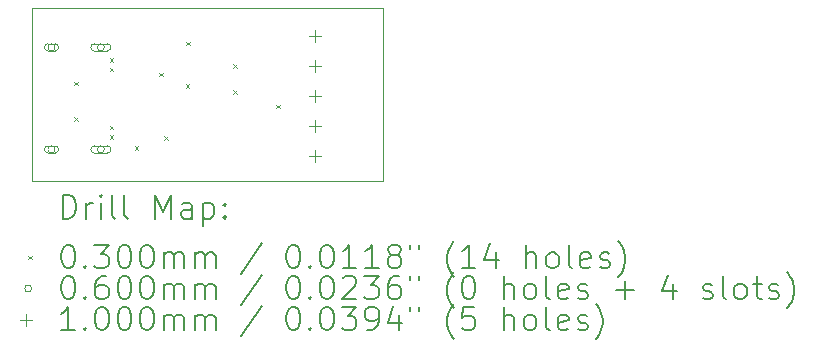
<source format=gbr>
%TF.GenerationSoftware,KiCad,Pcbnew,8.0.8*%
%TF.CreationDate,2025-06-15T19:23:17+08:00*%
%TF.ProjectId,USB_C_Connector,5553425f-435f-4436-9f6e-6e6563746f72,rev?*%
%TF.SameCoordinates,Original*%
%TF.FileFunction,Drillmap*%
%TF.FilePolarity,Positive*%
%FSLAX45Y45*%
G04 Gerber Fmt 4.5, Leading zero omitted, Abs format (unit mm)*
G04 Created by KiCad (PCBNEW 8.0.8) date 2025-06-15 19:23:17*
%MOMM*%
%LPD*%
G01*
G04 APERTURE LIST*
%ADD10C,0.050000*%
%ADD11C,0.200000*%
%ADD12C,0.100000*%
G04 APERTURE END LIST*
D10*
X3482340Y-4353560D02*
X6451600Y-4353560D01*
X6451600Y-5819140D01*
X3482340Y-5819140D01*
X3482340Y-4353560D01*
D11*
D12*
X3840530Y-5275820D02*
X3870530Y-5305820D01*
X3870530Y-5275820D02*
X3840530Y-5305820D01*
X3840720Y-4976100D02*
X3870720Y-5006100D01*
X3870720Y-4976100D02*
X3840720Y-5006100D01*
X4141080Y-4775560D02*
X4171080Y-4805560D01*
X4171080Y-4775560D02*
X4141080Y-4805560D01*
X4141080Y-4855560D02*
X4171080Y-4885560D01*
X4171080Y-4855560D02*
X4141080Y-4885560D01*
X4141080Y-5345560D02*
X4171080Y-5375560D01*
X4171080Y-5345560D02*
X4141080Y-5375560D01*
X4141080Y-5425560D02*
X4171080Y-5455560D01*
X4171080Y-5425560D02*
X4141080Y-5455560D01*
X4351260Y-5519550D02*
X4381260Y-5549550D01*
X4381260Y-5519550D02*
X4351260Y-5549550D01*
X4557550Y-4898770D02*
X4587550Y-4928770D01*
X4587550Y-4898770D02*
X4557550Y-4928770D01*
X4602720Y-5438380D02*
X4632720Y-5468380D01*
X4632720Y-5438380D02*
X4602720Y-5468380D01*
X4785050Y-4993770D02*
X4815050Y-5023770D01*
X4815050Y-4993770D02*
X4785050Y-5023770D01*
X4785490Y-4635740D02*
X4815490Y-4665740D01*
X4815490Y-4635740D02*
X4785490Y-4665740D01*
X5184610Y-4828590D02*
X5214610Y-4858590D01*
X5214610Y-4828590D02*
X5184610Y-4858590D01*
X5184610Y-5047030D02*
X5214610Y-5077030D01*
X5214610Y-5047030D02*
X5184610Y-5077030D01*
X5547600Y-5169140D02*
X5577600Y-5199140D01*
X5577600Y-5169140D02*
X5547600Y-5199140D01*
X3676580Y-4683560D02*
G75*
G02*
X3616580Y-4683560I-30000J0D01*
G01*
X3616580Y-4683560D02*
G75*
G02*
X3676580Y-4683560I30000J0D01*
G01*
X3676580Y-4653560D02*
X3616580Y-4653560D01*
X3616580Y-4713560D02*
G75*
G02*
X3616580Y-4653560I0J30000D01*
G01*
X3616580Y-4713560D02*
X3676580Y-4713560D01*
X3676580Y-4713560D02*
G75*
G03*
X3676580Y-4653560I0J30000D01*
G01*
X3676580Y-5547560D02*
G75*
G02*
X3616580Y-5547560I-30000J0D01*
G01*
X3616580Y-5547560D02*
G75*
G02*
X3676580Y-5547560I30000J0D01*
G01*
X3676580Y-5517560D02*
X3616580Y-5517560D01*
X3616580Y-5577560D02*
G75*
G02*
X3616580Y-5517560I0J30000D01*
G01*
X3616580Y-5577560D02*
X3676580Y-5577560D01*
X3676580Y-5577560D02*
G75*
G03*
X3676580Y-5517560I0J30000D01*
G01*
X4094580Y-4683560D02*
G75*
G02*
X4034580Y-4683560I-30000J0D01*
G01*
X4034580Y-4683560D02*
G75*
G02*
X4094580Y-4683560I30000J0D01*
G01*
X4119580Y-4653560D02*
X4009580Y-4653560D01*
X4009580Y-4713560D02*
G75*
G02*
X4009580Y-4653560I0J30000D01*
G01*
X4009580Y-4713560D02*
X4119580Y-4713560D01*
X4119580Y-4713560D02*
G75*
G03*
X4119580Y-4653560I0J30000D01*
G01*
X4094580Y-5547560D02*
G75*
G02*
X4034580Y-5547560I-30000J0D01*
G01*
X4034580Y-5547560D02*
G75*
G02*
X4094580Y-5547560I30000J0D01*
G01*
X4119580Y-5517560D02*
X4009580Y-5517560D01*
X4009580Y-5577560D02*
G75*
G02*
X4009580Y-5517560I0J30000D01*
G01*
X4009580Y-5577560D02*
X4119580Y-5577560D01*
X4119580Y-5577560D02*
G75*
G03*
X4119580Y-5517560I0J30000D01*
G01*
X5880100Y-4534700D02*
X5880100Y-4634700D01*
X5830100Y-4584700D02*
X5930100Y-4584700D01*
X5880100Y-4788700D02*
X5880100Y-4888700D01*
X5830100Y-4838700D02*
X5930100Y-4838700D01*
X5880100Y-5042700D02*
X5880100Y-5142700D01*
X5830100Y-5092700D02*
X5930100Y-5092700D01*
X5880100Y-5296700D02*
X5880100Y-5396700D01*
X5830100Y-5346700D02*
X5930100Y-5346700D01*
X5880100Y-5550700D02*
X5880100Y-5650700D01*
X5830100Y-5600700D02*
X5930100Y-5600700D01*
D11*
X3740617Y-6133124D02*
X3740617Y-5933124D01*
X3740617Y-5933124D02*
X3788236Y-5933124D01*
X3788236Y-5933124D02*
X3816807Y-5942648D01*
X3816807Y-5942648D02*
X3835855Y-5961695D01*
X3835855Y-5961695D02*
X3845379Y-5980743D01*
X3845379Y-5980743D02*
X3854902Y-6018838D01*
X3854902Y-6018838D02*
X3854902Y-6047409D01*
X3854902Y-6047409D02*
X3845379Y-6085505D01*
X3845379Y-6085505D02*
X3835855Y-6104552D01*
X3835855Y-6104552D02*
X3816807Y-6123600D01*
X3816807Y-6123600D02*
X3788236Y-6133124D01*
X3788236Y-6133124D02*
X3740617Y-6133124D01*
X3940617Y-6133124D02*
X3940617Y-5999790D01*
X3940617Y-6037886D02*
X3950141Y-6018838D01*
X3950141Y-6018838D02*
X3959664Y-6009314D01*
X3959664Y-6009314D02*
X3978712Y-5999790D01*
X3978712Y-5999790D02*
X3997760Y-5999790D01*
X4064426Y-6133124D02*
X4064426Y-5999790D01*
X4064426Y-5933124D02*
X4054902Y-5942648D01*
X4054902Y-5942648D02*
X4064426Y-5952171D01*
X4064426Y-5952171D02*
X4073950Y-5942648D01*
X4073950Y-5942648D02*
X4064426Y-5933124D01*
X4064426Y-5933124D02*
X4064426Y-5952171D01*
X4188236Y-6133124D02*
X4169188Y-6123600D01*
X4169188Y-6123600D02*
X4159664Y-6104552D01*
X4159664Y-6104552D02*
X4159664Y-5933124D01*
X4292998Y-6133124D02*
X4273950Y-6123600D01*
X4273950Y-6123600D02*
X4264426Y-6104552D01*
X4264426Y-6104552D02*
X4264426Y-5933124D01*
X4521569Y-6133124D02*
X4521569Y-5933124D01*
X4521569Y-5933124D02*
X4588236Y-6075981D01*
X4588236Y-6075981D02*
X4654903Y-5933124D01*
X4654903Y-5933124D02*
X4654903Y-6133124D01*
X4835855Y-6133124D02*
X4835855Y-6028362D01*
X4835855Y-6028362D02*
X4826331Y-6009314D01*
X4826331Y-6009314D02*
X4807284Y-5999790D01*
X4807284Y-5999790D02*
X4769188Y-5999790D01*
X4769188Y-5999790D02*
X4750141Y-6009314D01*
X4835855Y-6123600D02*
X4816807Y-6133124D01*
X4816807Y-6133124D02*
X4769188Y-6133124D01*
X4769188Y-6133124D02*
X4750141Y-6123600D01*
X4750141Y-6123600D02*
X4740617Y-6104552D01*
X4740617Y-6104552D02*
X4740617Y-6085505D01*
X4740617Y-6085505D02*
X4750141Y-6066457D01*
X4750141Y-6066457D02*
X4769188Y-6056933D01*
X4769188Y-6056933D02*
X4816807Y-6056933D01*
X4816807Y-6056933D02*
X4835855Y-6047409D01*
X4931093Y-5999790D02*
X4931093Y-6199790D01*
X4931093Y-6009314D02*
X4950141Y-5999790D01*
X4950141Y-5999790D02*
X4988236Y-5999790D01*
X4988236Y-5999790D02*
X5007284Y-6009314D01*
X5007284Y-6009314D02*
X5016807Y-6018838D01*
X5016807Y-6018838D02*
X5026331Y-6037886D01*
X5026331Y-6037886D02*
X5026331Y-6095028D01*
X5026331Y-6095028D02*
X5016807Y-6114076D01*
X5016807Y-6114076D02*
X5007284Y-6123600D01*
X5007284Y-6123600D02*
X4988236Y-6133124D01*
X4988236Y-6133124D02*
X4950141Y-6133124D01*
X4950141Y-6133124D02*
X4931093Y-6123600D01*
X5112045Y-6114076D02*
X5121569Y-6123600D01*
X5121569Y-6123600D02*
X5112045Y-6133124D01*
X5112045Y-6133124D02*
X5102522Y-6123600D01*
X5102522Y-6123600D02*
X5112045Y-6114076D01*
X5112045Y-6114076D02*
X5112045Y-6133124D01*
X5112045Y-6009314D02*
X5121569Y-6018838D01*
X5121569Y-6018838D02*
X5112045Y-6028362D01*
X5112045Y-6028362D02*
X5102522Y-6018838D01*
X5102522Y-6018838D02*
X5112045Y-6009314D01*
X5112045Y-6009314D02*
X5112045Y-6028362D01*
D12*
X3449840Y-6446640D02*
X3479840Y-6476640D01*
X3479840Y-6446640D02*
X3449840Y-6476640D01*
D11*
X3778712Y-6353124D02*
X3797760Y-6353124D01*
X3797760Y-6353124D02*
X3816807Y-6362648D01*
X3816807Y-6362648D02*
X3826331Y-6372171D01*
X3826331Y-6372171D02*
X3835855Y-6391219D01*
X3835855Y-6391219D02*
X3845379Y-6429314D01*
X3845379Y-6429314D02*
X3845379Y-6476933D01*
X3845379Y-6476933D02*
X3835855Y-6515028D01*
X3835855Y-6515028D02*
X3826331Y-6534076D01*
X3826331Y-6534076D02*
X3816807Y-6543600D01*
X3816807Y-6543600D02*
X3797760Y-6553124D01*
X3797760Y-6553124D02*
X3778712Y-6553124D01*
X3778712Y-6553124D02*
X3759664Y-6543600D01*
X3759664Y-6543600D02*
X3750141Y-6534076D01*
X3750141Y-6534076D02*
X3740617Y-6515028D01*
X3740617Y-6515028D02*
X3731093Y-6476933D01*
X3731093Y-6476933D02*
X3731093Y-6429314D01*
X3731093Y-6429314D02*
X3740617Y-6391219D01*
X3740617Y-6391219D02*
X3750141Y-6372171D01*
X3750141Y-6372171D02*
X3759664Y-6362648D01*
X3759664Y-6362648D02*
X3778712Y-6353124D01*
X3931093Y-6534076D02*
X3940617Y-6543600D01*
X3940617Y-6543600D02*
X3931093Y-6553124D01*
X3931093Y-6553124D02*
X3921569Y-6543600D01*
X3921569Y-6543600D02*
X3931093Y-6534076D01*
X3931093Y-6534076D02*
X3931093Y-6553124D01*
X4007283Y-6353124D02*
X4131093Y-6353124D01*
X4131093Y-6353124D02*
X4064426Y-6429314D01*
X4064426Y-6429314D02*
X4092998Y-6429314D01*
X4092998Y-6429314D02*
X4112045Y-6438838D01*
X4112045Y-6438838D02*
X4121569Y-6448362D01*
X4121569Y-6448362D02*
X4131093Y-6467409D01*
X4131093Y-6467409D02*
X4131093Y-6515028D01*
X4131093Y-6515028D02*
X4121569Y-6534076D01*
X4121569Y-6534076D02*
X4112045Y-6543600D01*
X4112045Y-6543600D02*
X4092998Y-6553124D01*
X4092998Y-6553124D02*
X4035855Y-6553124D01*
X4035855Y-6553124D02*
X4016807Y-6543600D01*
X4016807Y-6543600D02*
X4007283Y-6534076D01*
X4254903Y-6353124D02*
X4273950Y-6353124D01*
X4273950Y-6353124D02*
X4292998Y-6362648D01*
X4292998Y-6362648D02*
X4302522Y-6372171D01*
X4302522Y-6372171D02*
X4312045Y-6391219D01*
X4312045Y-6391219D02*
X4321569Y-6429314D01*
X4321569Y-6429314D02*
X4321569Y-6476933D01*
X4321569Y-6476933D02*
X4312045Y-6515028D01*
X4312045Y-6515028D02*
X4302522Y-6534076D01*
X4302522Y-6534076D02*
X4292998Y-6543600D01*
X4292998Y-6543600D02*
X4273950Y-6553124D01*
X4273950Y-6553124D02*
X4254903Y-6553124D01*
X4254903Y-6553124D02*
X4235855Y-6543600D01*
X4235855Y-6543600D02*
X4226331Y-6534076D01*
X4226331Y-6534076D02*
X4216807Y-6515028D01*
X4216807Y-6515028D02*
X4207284Y-6476933D01*
X4207284Y-6476933D02*
X4207284Y-6429314D01*
X4207284Y-6429314D02*
X4216807Y-6391219D01*
X4216807Y-6391219D02*
X4226331Y-6372171D01*
X4226331Y-6372171D02*
X4235855Y-6362648D01*
X4235855Y-6362648D02*
X4254903Y-6353124D01*
X4445379Y-6353124D02*
X4464426Y-6353124D01*
X4464426Y-6353124D02*
X4483474Y-6362648D01*
X4483474Y-6362648D02*
X4492998Y-6372171D01*
X4492998Y-6372171D02*
X4502522Y-6391219D01*
X4502522Y-6391219D02*
X4512045Y-6429314D01*
X4512045Y-6429314D02*
X4512045Y-6476933D01*
X4512045Y-6476933D02*
X4502522Y-6515028D01*
X4502522Y-6515028D02*
X4492998Y-6534076D01*
X4492998Y-6534076D02*
X4483474Y-6543600D01*
X4483474Y-6543600D02*
X4464426Y-6553124D01*
X4464426Y-6553124D02*
X4445379Y-6553124D01*
X4445379Y-6553124D02*
X4426331Y-6543600D01*
X4426331Y-6543600D02*
X4416807Y-6534076D01*
X4416807Y-6534076D02*
X4407284Y-6515028D01*
X4407284Y-6515028D02*
X4397760Y-6476933D01*
X4397760Y-6476933D02*
X4397760Y-6429314D01*
X4397760Y-6429314D02*
X4407284Y-6391219D01*
X4407284Y-6391219D02*
X4416807Y-6372171D01*
X4416807Y-6372171D02*
X4426331Y-6362648D01*
X4426331Y-6362648D02*
X4445379Y-6353124D01*
X4597760Y-6553124D02*
X4597760Y-6419790D01*
X4597760Y-6438838D02*
X4607284Y-6429314D01*
X4607284Y-6429314D02*
X4626331Y-6419790D01*
X4626331Y-6419790D02*
X4654903Y-6419790D01*
X4654903Y-6419790D02*
X4673950Y-6429314D01*
X4673950Y-6429314D02*
X4683474Y-6448362D01*
X4683474Y-6448362D02*
X4683474Y-6553124D01*
X4683474Y-6448362D02*
X4692998Y-6429314D01*
X4692998Y-6429314D02*
X4712045Y-6419790D01*
X4712045Y-6419790D02*
X4740617Y-6419790D01*
X4740617Y-6419790D02*
X4759665Y-6429314D01*
X4759665Y-6429314D02*
X4769188Y-6448362D01*
X4769188Y-6448362D02*
X4769188Y-6553124D01*
X4864426Y-6553124D02*
X4864426Y-6419790D01*
X4864426Y-6438838D02*
X4873950Y-6429314D01*
X4873950Y-6429314D02*
X4892998Y-6419790D01*
X4892998Y-6419790D02*
X4921569Y-6419790D01*
X4921569Y-6419790D02*
X4940617Y-6429314D01*
X4940617Y-6429314D02*
X4950141Y-6448362D01*
X4950141Y-6448362D02*
X4950141Y-6553124D01*
X4950141Y-6448362D02*
X4959665Y-6429314D01*
X4959665Y-6429314D02*
X4978712Y-6419790D01*
X4978712Y-6419790D02*
X5007284Y-6419790D01*
X5007284Y-6419790D02*
X5026331Y-6429314D01*
X5026331Y-6429314D02*
X5035855Y-6448362D01*
X5035855Y-6448362D02*
X5035855Y-6553124D01*
X5426331Y-6343600D02*
X5254903Y-6600743D01*
X5683474Y-6353124D02*
X5702522Y-6353124D01*
X5702522Y-6353124D02*
X5721569Y-6362648D01*
X5721569Y-6362648D02*
X5731093Y-6372171D01*
X5731093Y-6372171D02*
X5740617Y-6391219D01*
X5740617Y-6391219D02*
X5750141Y-6429314D01*
X5750141Y-6429314D02*
X5750141Y-6476933D01*
X5750141Y-6476933D02*
X5740617Y-6515028D01*
X5740617Y-6515028D02*
X5731093Y-6534076D01*
X5731093Y-6534076D02*
X5721569Y-6543600D01*
X5721569Y-6543600D02*
X5702522Y-6553124D01*
X5702522Y-6553124D02*
X5683474Y-6553124D01*
X5683474Y-6553124D02*
X5664426Y-6543600D01*
X5664426Y-6543600D02*
X5654903Y-6534076D01*
X5654903Y-6534076D02*
X5645379Y-6515028D01*
X5645379Y-6515028D02*
X5635855Y-6476933D01*
X5635855Y-6476933D02*
X5635855Y-6429314D01*
X5635855Y-6429314D02*
X5645379Y-6391219D01*
X5645379Y-6391219D02*
X5654903Y-6372171D01*
X5654903Y-6372171D02*
X5664426Y-6362648D01*
X5664426Y-6362648D02*
X5683474Y-6353124D01*
X5835855Y-6534076D02*
X5845379Y-6543600D01*
X5845379Y-6543600D02*
X5835855Y-6553124D01*
X5835855Y-6553124D02*
X5826331Y-6543600D01*
X5826331Y-6543600D02*
X5835855Y-6534076D01*
X5835855Y-6534076D02*
X5835855Y-6553124D01*
X5969188Y-6353124D02*
X5988236Y-6353124D01*
X5988236Y-6353124D02*
X6007284Y-6362648D01*
X6007284Y-6362648D02*
X6016807Y-6372171D01*
X6016807Y-6372171D02*
X6026331Y-6391219D01*
X6026331Y-6391219D02*
X6035855Y-6429314D01*
X6035855Y-6429314D02*
X6035855Y-6476933D01*
X6035855Y-6476933D02*
X6026331Y-6515028D01*
X6026331Y-6515028D02*
X6016807Y-6534076D01*
X6016807Y-6534076D02*
X6007284Y-6543600D01*
X6007284Y-6543600D02*
X5988236Y-6553124D01*
X5988236Y-6553124D02*
X5969188Y-6553124D01*
X5969188Y-6553124D02*
X5950141Y-6543600D01*
X5950141Y-6543600D02*
X5940617Y-6534076D01*
X5940617Y-6534076D02*
X5931093Y-6515028D01*
X5931093Y-6515028D02*
X5921569Y-6476933D01*
X5921569Y-6476933D02*
X5921569Y-6429314D01*
X5921569Y-6429314D02*
X5931093Y-6391219D01*
X5931093Y-6391219D02*
X5940617Y-6372171D01*
X5940617Y-6372171D02*
X5950141Y-6362648D01*
X5950141Y-6362648D02*
X5969188Y-6353124D01*
X6226331Y-6553124D02*
X6112046Y-6553124D01*
X6169188Y-6553124D02*
X6169188Y-6353124D01*
X6169188Y-6353124D02*
X6150141Y-6381695D01*
X6150141Y-6381695D02*
X6131093Y-6400743D01*
X6131093Y-6400743D02*
X6112046Y-6410267D01*
X6416807Y-6553124D02*
X6302522Y-6553124D01*
X6359665Y-6553124D02*
X6359665Y-6353124D01*
X6359665Y-6353124D02*
X6340617Y-6381695D01*
X6340617Y-6381695D02*
X6321569Y-6400743D01*
X6321569Y-6400743D02*
X6302522Y-6410267D01*
X6531093Y-6438838D02*
X6512046Y-6429314D01*
X6512046Y-6429314D02*
X6502522Y-6419790D01*
X6502522Y-6419790D02*
X6492998Y-6400743D01*
X6492998Y-6400743D02*
X6492998Y-6391219D01*
X6492998Y-6391219D02*
X6502522Y-6372171D01*
X6502522Y-6372171D02*
X6512046Y-6362648D01*
X6512046Y-6362648D02*
X6531093Y-6353124D01*
X6531093Y-6353124D02*
X6569188Y-6353124D01*
X6569188Y-6353124D02*
X6588236Y-6362648D01*
X6588236Y-6362648D02*
X6597760Y-6372171D01*
X6597760Y-6372171D02*
X6607284Y-6391219D01*
X6607284Y-6391219D02*
X6607284Y-6400743D01*
X6607284Y-6400743D02*
X6597760Y-6419790D01*
X6597760Y-6419790D02*
X6588236Y-6429314D01*
X6588236Y-6429314D02*
X6569188Y-6438838D01*
X6569188Y-6438838D02*
X6531093Y-6438838D01*
X6531093Y-6438838D02*
X6512046Y-6448362D01*
X6512046Y-6448362D02*
X6502522Y-6457886D01*
X6502522Y-6457886D02*
X6492998Y-6476933D01*
X6492998Y-6476933D02*
X6492998Y-6515028D01*
X6492998Y-6515028D02*
X6502522Y-6534076D01*
X6502522Y-6534076D02*
X6512046Y-6543600D01*
X6512046Y-6543600D02*
X6531093Y-6553124D01*
X6531093Y-6553124D02*
X6569188Y-6553124D01*
X6569188Y-6553124D02*
X6588236Y-6543600D01*
X6588236Y-6543600D02*
X6597760Y-6534076D01*
X6597760Y-6534076D02*
X6607284Y-6515028D01*
X6607284Y-6515028D02*
X6607284Y-6476933D01*
X6607284Y-6476933D02*
X6597760Y-6457886D01*
X6597760Y-6457886D02*
X6588236Y-6448362D01*
X6588236Y-6448362D02*
X6569188Y-6438838D01*
X6683474Y-6353124D02*
X6683474Y-6391219D01*
X6759665Y-6353124D02*
X6759665Y-6391219D01*
X7054903Y-6629314D02*
X7045379Y-6619790D01*
X7045379Y-6619790D02*
X7026331Y-6591219D01*
X7026331Y-6591219D02*
X7016808Y-6572171D01*
X7016808Y-6572171D02*
X7007284Y-6543600D01*
X7007284Y-6543600D02*
X6997760Y-6495981D01*
X6997760Y-6495981D02*
X6997760Y-6457886D01*
X6997760Y-6457886D02*
X7007284Y-6410267D01*
X7007284Y-6410267D02*
X7016808Y-6381695D01*
X7016808Y-6381695D02*
X7026331Y-6362648D01*
X7026331Y-6362648D02*
X7045379Y-6334076D01*
X7045379Y-6334076D02*
X7054903Y-6324552D01*
X7235855Y-6553124D02*
X7121569Y-6553124D01*
X7178712Y-6553124D02*
X7178712Y-6353124D01*
X7178712Y-6353124D02*
X7159665Y-6381695D01*
X7159665Y-6381695D02*
X7140617Y-6400743D01*
X7140617Y-6400743D02*
X7121569Y-6410267D01*
X7407284Y-6419790D02*
X7407284Y-6553124D01*
X7359665Y-6343600D02*
X7312046Y-6486457D01*
X7312046Y-6486457D02*
X7435855Y-6486457D01*
X7664427Y-6553124D02*
X7664427Y-6353124D01*
X7750141Y-6553124D02*
X7750141Y-6448362D01*
X7750141Y-6448362D02*
X7740617Y-6429314D01*
X7740617Y-6429314D02*
X7721570Y-6419790D01*
X7721570Y-6419790D02*
X7692998Y-6419790D01*
X7692998Y-6419790D02*
X7673950Y-6429314D01*
X7673950Y-6429314D02*
X7664427Y-6438838D01*
X7873950Y-6553124D02*
X7854903Y-6543600D01*
X7854903Y-6543600D02*
X7845379Y-6534076D01*
X7845379Y-6534076D02*
X7835855Y-6515028D01*
X7835855Y-6515028D02*
X7835855Y-6457886D01*
X7835855Y-6457886D02*
X7845379Y-6438838D01*
X7845379Y-6438838D02*
X7854903Y-6429314D01*
X7854903Y-6429314D02*
X7873950Y-6419790D01*
X7873950Y-6419790D02*
X7902522Y-6419790D01*
X7902522Y-6419790D02*
X7921570Y-6429314D01*
X7921570Y-6429314D02*
X7931093Y-6438838D01*
X7931093Y-6438838D02*
X7940617Y-6457886D01*
X7940617Y-6457886D02*
X7940617Y-6515028D01*
X7940617Y-6515028D02*
X7931093Y-6534076D01*
X7931093Y-6534076D02*
X7921570Y-6543600D01*
X7921570Y-6543600D02*
X7902522Y-6553124D01*
X7902522Y-6553124D02*
X7873950Y-6553124D01*
X8054903Y-6553124D02*
X8035855Y-6543600D01*
X8035855Y-6543600D02*
X8026331Y-6524552D01*
X8026331Y-6524552D02*
X8026331Y-6353124D01*
X8207284Y-6543600D02*
X8188236Y-6553124D01*
X8188236Y-6553124D02*
X8150141Y-6553124D01*
X8150141Y-6553124D02*
X8131093Y-6543600D01*
X8131093Y-6543600D02*
X8121570Y-6524552D01*
X8121570Y-6524552D02*
X8121570Y-6448362D01*
X8121570Y-6448362D02*
X8131093Y-6429314D01*
X8131093Y-6429314D02*
X8150141Y-6419790D01*
X8150141Y-6419790D02*
X8188236Y-6419790D01*
X8188236Y-6419790D02*
X8207284Y-6429314D01*
X8207284Y-6429314D02*
X8216808Y-6448362D01*
X8216808Y-6448362D02*
X8216808Y-6467409D01*
X8216808Y-6467409D02*
X8121570Y-6486457D01*
X8292998Y-6543600D02*
X8312046Y-6553124D01*
X8312046Y-6553124D02*
X8350141Y-6553124D01*
X8350141Y-6553124D02*
X8369189Y-6543600D01*
X8369189Y-6543600D02*
X8378712Y-6524552D01*
X8378712Y-6524552D02*
X8378712Y-6515028D01*
X8378712Y-6515028D02*
X8369189Y-6495981D01*
X8369189Y-6495981D02*
X8350141Y-6486457D01*
X8350141Y-6486457D02*
X8321570Y-6486457D01*
X8321570Y-6486457D02*
X8302522Y-6476933D01*
X8302522Y-6476933D02*
X8292998Y-6457886D01*
X8292998Y-6457886D02*
X8292998Y-6448362D01*
X8292998Y-6448362D02*
X8302522Y-6429314D01*
X8302522Y-6429314D02*
X8321570Y-6419790D01*
X8321570Y-6419790D02*
X8350141Y-6419790D01*
X8350141Y-6419790D02*
X8369189Y-6429314D01*
X8445379Y-6629314D02*
X8454903Y-6619790D01*
X8454903Y-6619790D02*
X8473951Y-6591219D01*
X8473951Y-6591219D02*
X8483474Y-6572171D01*
X8483474Y-6572171D02*
X8492998Y-6543600D01*
X8492998Y-6543600D02*
X8502522Y-6495981D01*
X8502522Y-6495981D02*
X8502522Y-6457886D01*
X8502522Y-6457886D02*
X8492998Y-6410267D01*
X8492998Y-6410267D02*
X8483474Y-6381695D01*
X8483474Y-6381695D02*
X8473951Y-6362648D01*
X8473951Y-6362648D02*
X8454903Y-6334076D01*
X8454903Y-6334076D02*
X8445379Y-6324552D01*
D12*
X3479840Y-6725640D02*
G75*
G02*
X3419840Y-6725640I-30000J0D01*
G01*
X3419840Y-6725640D02*
G75*
G02*
X3479840Y-6725640I30000J0D01*
G01*
D11*
X3778712Y-6617124D02*
X3797760Y-6617124D01*
X3797760Y-6617124D02*
X3816807Y-6626648D01*
X3816807Y-6626648D02*
X3826331Y-6636171D01*
X3826331Y-6636171D02*
X3835855Y-6655219D01*
X3835855Y-6655219D02*
X3845379Y-6693314D01*
X3845379Y-6693314D02*
X3845379Y-6740933D01*
X3845379Y-6740933D02*
X3835855Y-6779028D01*
X3835855Y-6779028D02*
X3826331Y-6798076D01*
X3826331Y-6798076D02*
X3816807Y-6807600D01*
X3816807Y-6807600D02*
X3797760Y-6817124D01*
X3797760Y-6817124D02*
X3778712Y-6817124D01*
X3778712Y-6817124D02*
X3759664Y-6807600D01*
X3759664Y-6807600D02*
X3750141Y-6798076D01*
X3750141Y-6798076D02*
X3740617Y-6779028D01*
X3740617Y-6779028D02*
X3731093Y-6740933D01*
X3731093Y-6740933D02*
X3731093Y-6693314D01*
X3731093Y-6693314D02*
X3740617Y-6655219D01*
X3740617Y-6655219D02*
X3750141Y-6636171D01*
X3750141Y-6636171D02*
X3759664Y-6626648D01*
X3759664Y-6626648D02*
X3778712Y-6617124D01*
X3931093Y-6798076D02*
X3940617Y-6807600D01*
X3940617Y-6807600D02*
X3931093Y-6817124D01*
X3931093Y-6817124D02*
X3921569Y-6807600D01*
X3921569Y-6807600D02*
X3931093Y-6798076D01*
X3931093Y-6798076D02*
X3931093Y-6817124D01*
X4112045Y-6617124D02*
X4073950Y-6617124D01*
X4073950Y-6617124D02*
X4054902Y-6626648D01*
X4054902Y-6626648D02*
X4045379Y-6636171D01*
X4045379Y-6636171D02*
X4026331Y-6664743D01*
X4026331Y-6664743D02*
X4016807Y-6702838D01*
X4016807Y-6702838D02*
X4016807Y-6779028D01*
X4016807Y-6779028D02*
X4026331Y-6798076D01*
X4026331Y-6798076D02*
X4035855Y-6807600D01*
X4035855Y-6807600D02*
X4054902Y-6817124D01*
X4054902Y-6817124D02*
X4092998Y-6817124D01*
X4092998Y-6817124D02*
X4112045Y-6807600D01*
X4112045Y-6807600D02*
X4121569Y-6798076D01*
X4121569Y-6798076D02*
X4131093Y-6779028D01*
X4131093Y-6779028D02*
X4131093Y-6731409D01*
X4131093Y-6731409D02*
X4121569Y-6712362D01*
X4121569Y-6712362D02*
X4112045Y-6702838D01*
X4112045Y-6702838D02*
X4092998Y-6693314D01*
X4092998Y-6693314D02*
X4054902Y-6693314D01*
X4054902Y-6693314D02*
X4035855Y-6702838D01*
X4035855Y-6702838D02*
X4026331Y-6712362D01*
X4026331Y-6712362D02*
X4016807Y-6731409D01*
X4254903Y-6617124D02*
X4273950Y-6617124D01*
X4273950Y-6617124D02*
X4292998Y-6626648D01*
X4292998Y-6626648D02*
X4302522Y-6636171D01*
X4302522Y-6636171D02*
X4312045Y-6655219D01*
X4312045Y-6655219D02*
X4321569Y-6693314D01*
X4321569Y-6693314D02*
X4321569Y-6740933D01*
X4321569Y-6740933D02*
X4312045Y-6779028D01*
X4312045Y-6779028D02*
X4302522Y-6798076D01*
X4302522Y-6798076D02*
X4292998Y-6807600D01*
X4292998Y-6807600D02*
X4273950Y-6817124D01*
X4273950Y-6817124D02*
X4254903Y-6817124D01*
X4254903Y-6817124D02*
X4235855Y-6807600D01*
X4235855Y-6807600D02*
X4226331Y-6798076D01*
X4226331Y-6798076D02*
X4216807Y-6779028D01*
X4216807Y-6779028D02*
X4207284Y-6740933D01*
X4207284Y-6740933D02*
X4207284Y-6693314D01*
X4207284Y-6693314D02*
X4216807Y-6655219D01*
X4216807Y-6655219D02*
X4226331Y-6636171D01*
X4226331Y-6636171D02*
X4235855Y-6626648D01*
X4235855Y-6626648D02*
X4254903Y-6617124D01*
X4445379Y-6617124D02*
X4464426Y-6617124D01*
X4464426Y-6617124D02*
X4483474Y-6626648D01*
X4483474Y-6626648D02*
X4492998Y-6636171D01*
X4492998Y-6636171D02*
X4502522Y-6655219D01*
X4502522Y-6655219D02*
X4512045Y-6693314D01*
X4512045Y-6693314D02*
X4512045Y-6740933D01*
X4512045Y-6740933D02*
X4502522Y-6779028D01*
X4502522Y-6779028D02*
X4492998Y-6798076D01*
X4492998Y-6798076D02*
X4483474Y-6807600D01*
X4483474Y-6807600D02*
X4464426Y-6817124D01*
X4464426Y-6817124D02*
X4445379Y-6817124D01*
X4445379Y-6817124D02*
X4426331Y-6807600D01*
X4426331Y-6807600D02*
X4416807Y-6798076D01*
X4416807Y-6798076D02*
X4407284Y-6779028D01*
X4407284Y-6779028D02*
X4397760Y-6740933D01*
X4397760Y-6740933D02*
X4397760Y-6693314D01*
X4397760Y-6693314D02*
X4407284Y-6655219D01*
X4407284Y-6655219D02*
X4416807Y-6636171D01*
X4416807Y-6636171D02*
X4426331Y-6626648D01*
X4426331Y-6626648D02*
X4445379Y-6617124D01*
X4597760Y-6817124D02*
X4597760Y-6683790D01*
X4597760Y-6702838D02*
X4607284Y-6693314D01*
X4607284Y-6693314D02*
X4626331Y-6683790D01*
X4626331Y-6683790D02*
X4654903Y-6683790D01*
X4654903Y-6683790D02*
X4673950Y-6693314D01*
X4673950Y-6693314D02*
X4683474Y-6712362D01*
X4683474Y-6712362D02*
X4683474Y-6817124D01*
X4683474Y-6712362D02*
X4692998Y-6693314D01*
X4692998Y-6693314D02*
X4712045Y-6683790D01*
X4712045Y-6683790D02*
X4740617Y-6683790D01*
X4740617Y-6683790D02*
X4759665Y-6693314D01*
X4759665Y-6693314D02*
X4769188Y-6712362D01*
X4769188Y-6712362D02*
X4769188Y-6817124D01*
X4864426Y-6817124D02*
X4864426Y-6683790D01*
X4864426Y-6702838D02*
X4873950Y-6693314D01*
X4873950Y-6693314D02*
X4892998Y-6683790D01*
X4892998Y-6683790D02*
X4921569Y-6683790D01*
X4921569Y-6683790D02*
X4940617Y-6693314D01*
X4940617Y-6693314D02*
X4950141Y-6712362D01*
X4950141Y-6712362D02*
X4950141Y-6817124D01*
X4950141Y-6712362D02*
X4959665Y-6693314D01*
X4959665Y-6693314D02*
X4978712Y-6683790D01*
X4978712Y-6683790D02*
X5007284Y-6683790D01*
X5007284Y-6683790D02*
X5026331Y-6693314D01*
X5026331Y-6693314D02*
X5035855Y-6712362D01*
X5035855Y-6712362D02*
X5035855Y-6817124D01*
X5426331Y-6607600D02*
X5254903Y-6864743D01*
X5683474Y-6617124D02*
X5702522Y-6617124D01*
X5702522Y-6617124D02*
X5721569Y-6626648D01*
X5721569Y-6626648D02*
X5731093Y-6636171D01*
X5731093Y-6636171D02*
X5740617Y-6655219D01*
X5740617Y-6655219D02*
X5750141Y-6693314D01*
X5750141Y-6693314D02*
X5750141Y-6740933D01*
X5750141Y-6740933D02*
X5740617Y-6779028D01*
X5740617Y-6779028D02*
X5731093Y-6798076D01*
X5731093Y-6798076D02*
X5721569Y-6807600D01*
X5721569Y-6807600D02*
X5702522Y-6817124D01*
X5702522Y-6817124D02*
X5683474Y-6817124D01*
X5683474Y-6817124D02*
X5664426Y-6807600D01*
X5664426Y-6807600D02*
X5654903Y-6798076D01*
X5654903Y-6798076D02*
X5645379Y-6779028D01*
X5645379Y-6779028D02*
X5635855Y-6740933D01*
X5635855Y-6740933D02*
X5635855Y-6693314D01*
X5635855Y-6693314D02*
X5645379Y-6655219D01*
X5645379Y-6655219D02*
X5654903Y-6636171D01*
X5654903Y-6636171D02*
X5664426Y-6626648D01*
X5664426Y-6626648D02*
X5683474Y-6617124D01*
X5835855Y-6798076D02*
X5845379Y-6807600D01*
X5845379Y-6807600D02*
X5835855Y-6817124D01*
X5835855Y-6817124D02*
X5826331Y-6807600D01*
X5826331Y-6807600D02*
X5835855Y-6798076D01*
X5835855Y-6798076D02*
X5835855Y-6817124D01*
X5969188Y-6617124D02*
X5988236Y-6617124D01*
X5988236Y-6617124D02*
X6007284Y-6626648D01*
X6007284Y-6626648D02*
X6016807Y-6636171D01*
X6016807Y-6636171D02*
X6026331Y-6655219D01*
X6026331Y-6655219D02*
X6035855Y-6693314D01*
X6035855Y-6693314D02*
X6035855Y-6740933D01*
X6035855Y-6740933D02*
X6026331Y-6779028D01*
X6026331Y-6779028D02*
X6016807Y-6798076D01*
X6016807Y-6798076D02*
X6007284Y-6807600D01*
X6007284Y-6807600D02*
X5988236Y-6817124D01*
X5988236Y-6817124D02*
X5969188Y-6817124D01*
X5969188Y-6817124D02*
X5950141Y-6807600D01*
X5950141Y-6807600D02*
X5940617Y-6798076D01*
X5940617Y-6798076D02*
X5931093Y-6779028D01*
X5931093Y-6779028D02*
X5921569Y-6740933D01*
X5921569Y-6740933D02*
X5921569Y-6693314D01*
X5921569Y-6693314D02*
X5931093Y-6655219D01*
X5931093Y-6655219D02*
X5940617Y-6636171D01*
X5940617Y-6636171D02*
X5950141Y-6626648D01*
X5950141Y-6626648D02*
X5969188Y-6617124D01*
X6112046Y-6636171D02*
X6121569Y-6626648D01*
X6121569Y-6626648D02*
X6140617Y-6617124D01*
X6140617Y-6617124D02*
X6188236Y-6617124D01*
X6188236Y-6617124D02*
X6207284Y-6626648D01*
X6207284Y-6626648D02*
X6216807Y-6636171D01*
X6216807Y-6636171D02*
X6226331Y-6655219D01*
X6226331Y-6655219D02*
X6226331Y-6674267D01*
X6226331Y-6674267D02*
X6216807Y-6702838D01*
X6216807Y-6702838D02*
X6102522Y-6817124D01*
X6102522Y-6817124D02*
X6226331Y-6817124D01*
X6292998Y-6617124D02*
X6416807Y-6617124D01*
X6416807Y-6617124D02*
X6350141Y-6693314D01*
X6350141Y-6693314D02*
X6378712Y-6693314D01*
X6378712Y-6693314D02*
X6397760Y-6702838D01*
X6397760Y-6702838D02*
X6407284Y-6712362D01*
X6407284Y-6712362D02*
X6416807Y-6731409D01*
X6416807Y-6731409D02*
X6416807Y-6779028D01*
X6416807Y-6779028D02*
X6407284Y-6798076D01*
X6407284Y-6798076D02*
X6397760Y-6807600D01*
X6397760Y-6807600D02*
X6378712Y-6817124D01*
X6378712Y-6817124D02*
X6321569Y-6817124D01*
X6321569Y-6817124D02*
X6302522Y-6807600D01*
X6302522Y-6807600D02*
X6292998Y-6798076D01*
X6588236Y-6617124D02*
X6550141Y-6617124D01*
X6550141Y-6617124D02*
X6531093Y-6626648D01*
X6531093Y-6626648D02*
X6521569Y-6636171D01*
X6521569Y-6636171D02*
X6502522Y-6664743D01*
X6502522Y-6664743D02*
X6492998Y-6702838D01*
X6492998Y-6702838D02*
X6492998Y-6779028D01*
X6492998Y-6779028D02*
X6502522Y-6798076D01*
X6502522Y-6798076D02*
X6512046Y-6807600D01*
X6512046Y-6807600D02*
X6531093Y-6817124D01*
X6531093Y-6817124D02*
X6569188Y-6817124D01*
X6569188Y-6817124D02*
X6588236Y-6807600D01*
X6588236Y-6807600D02*
X6597760Y-6798076D01*
X6597760Y-6798076D02*
X6607284Y-6779028D01*
X6607284Y-6779028D02*
X6607284Y-6731409D01*
X6607284Y-6731409D02*
X6597760Y-6712362D01*
X6597760Y-6712362D02*
X6588236Y-6702838D01*
X6588236Y-6702838D02*
X6569188Y-6693314D01*
X6569188Y-6693314D02*
X6531093Y-6693314D01*
X6531093Y-6693314D02*
X6512046Y-6702838D01*
X6512046Y-6702838D02*
X6502522Y-6712362D01*
X6502522Y-6712362D02*
X6492998Y-6731409D01*
X6683474Y-6617124D02*
X6683474Y-6655219D01*
X6759665Y-6617124D02*
X6759665Y-6655219D01*
X7054903Y-6893314D02*
X7045379Y-6883790D01*
X7045379Y-6883790D02*
X7026331Y-6855219D01*
X7026331Y-6855219D02*
X7016808Y-6836171D01*
X7016808Y-6836171D02*
X7007284Y-6807600D01*
X7007284Y-6807600D02*
X6997760Y-6759981D01*
X6997760Y-6759981D02*
X6997760Y-6721886D01*
X6997760Y-6721886D02*
X7007284Y-6674267D01*
X7007284Y-6674267D02*
X7016808Y-6645695D01*
X7016808Y-6645695D02*
X7026331Y-6626648D01*
X7026331Y-6626648D02*
X7045379Y-6598076D01*
X7045379Y-6598076D02*
X7054903Y-6588552D01*
X7169188Y-6617124D02*
X7188236Y-6617124D01*
X7188236Y-6617124D02*
X7207284Y-6626648D01*
X7207284Y-6626648D02*
X7216808Y-6636171D01*
X7216808Y-6636171D02*
X7226331Y-6655219D01*
X7226331Y-6655219D02*
X7235855Y-6693314D01*
X7235855Y-6693314D02*
X7235855Y-6740933D01*
X7235855Y-6740933D02*
X7226331Y-6779028D01*
X7226331Y-6779028D02*
X7216808Y-6798076D01*
X7216808Y-6798076D02*
X7207284Y-6807600D01*
X7207284Y-6807600D02*
X7188236Y-6817124D01*
X7188236Y-6817124D02*
X7169188Y-6817124D01*
X7169188Y-6817124D02*
X7150141Y-6807600D01*
X7150141Y-6807600D02*
X7140617Y-6798076D01*
X7140617Y-6798076D02*
X7131093Y-6779028D01*
X7131093Y-6779028D02*
X7121569Y-6740933D01*
X7121569Y-6740933D02*
X7121569Y-6693314D01*
X7121569Y-6693314D02*
X7131093Y-6655219D01*
X7131093Y-6655219D02*
X7140617Y-6636171D01*
X7140617Y-6636171D02*
X7150141Y-6626648D01*
X7150141Y-6626648D02*
X7169188Y-6617124D01*
X7473950Y-6817124D02*
X7473950Y-6617124D01*
X7559665Y-6817124D02*
X7559665Y-6712362D01*
X7559665Y-6712362D02*
X7550141Y-6693314D01*
X7550141Y-6693314D02*
X7531093Y-6683790D01*
X7531093Y-6683790D02*
X7502522Y-6683790D01*
X7502522Y-6683790D02*
X7483474Y-6693314D01*
X7483474Y-6693314D02*
X7473950Y-6702838D01*
X7683474Y-6817124D02*
X7664427Y-6807600D01*
X7664427Y-6807600D02*
X7654903Y-6798076D01*
X7654903Y-6798076D02*
X7645379Y-6779028D01*
X7645379Y-6779028D02*
X7645379Y-6721886D01*
X7645379Y-6721886D02*
X7654903Y-6702838D01*
X7654903Y-6702838D02*
X7664427Y-6693314D01*
X7664427Y-6693314D02*
X7683474Y-6683790D01*
X7683474Y-6683790D02*
X7712046Y-6683790D01*
X7712046Y-6683790D02*
X7731093Y-6693314D01*
X7731093Y-6693314D02*
X7740617Y-6702838D01*
X7740617Y-6702838D02*
X7750141Y-6721886D01*
X7750141Y-6721886D02*
X7750141Y-6779028D01*
X7750141Y-6779028D02*
X7740617Y-6798076D01*
X7740617Y-6798076D02*
X7731093Y-6807600D01*
X7731093Y-6807600D02*
X7712046Y-6817124D01*
X7712046Y-6817124D02*
X7683474Y-6817124D01*
X7864427Y-6817124D02*
X7845379Y-6807600D01*
X7845379Y-6807600D02*
X7835855Y-6788552D01*
X7835855Y-6788552D02*
X7835855Y-6617124D01*
X8016808Y-6807600D02*
X7997760Y-6817124D01*
X7997760Y-6817124D02*
X7959665Y-6817124D01*
X7959665Y-6817124D02*
X7940617Y-6807600D01*
X7940617Y-6807600D02*
X7931093Y-6788552D01*
X7931093Y-6788552D02*
X7931093Y-6712362D01*
X7931093Y-6712362D02*
X7940617Y-6693314D01*
X7940617Y-6693314D02*
X7959665Y-6683790D01*
X7959665Y-6683790D02*
X7997760Y-6683790D01*
X7997760Y-6683790D02*
X8016808Y-6693314D01*
X8016808Y-6693314D02*
X8026331Y-6712362D01*
X8026331Y-6712362D02*
X8026331Y-6731409D01*
X8026331Y-6731409D02*
X7931093Y-6750457D01*
X8102522Y-6807600D02*
X8121570Y-6817124D01*
X8121570Y-6817124D02*
X8159665Y-6817124D01*
X8159665Y-6817124D02*
X8178712Y-6807600D01*
X8178712Y-6807600D02*
X8188236Y-6788552D01*
X8188236Y-6788552D02*
X8188236Y-6779028D01*
X8188236Y-6779028D02*
X8178712Y-6759981D01*
X8178712Y-6759981D02*
X8159665Y-6750457D01*
X8159665Y-6750457D02*
X8131093Y-6750457D01*
X8131093Y-6750457D02*
X8112046Y-6740933D01*
X8112046Y-6740933D02*
X8102522Y-6721886D01*
X8102522Y-6721886D02*
X8102522Y-6712362D01*
X8102522Y-6712362D02*
X8112046Y-6693314D01*
X8112046Y-6693314D02*
X8131093Y-6683790D01*
X8131093Y-6683790D02*
X8159665Y-6683790D01*
X8159665Y-6683790D02*
X8178712Y-6693314D01*
X8426332Y-6740933D02*
X8578713Y-6740933D01*
X8502522Y-6817124D02*
X8502522Y-6664743D01*
X8912046Y-6683790D02*
X8912046Y-6817124D01*
X8864427Y-6607600D02*
X8816808Y-6750457D01*
X8816808Y-6750457D02*
X8940617Y-6750457D01*
X9159665Y-6807600D02*
X9178713Y-6817124D01*
X9178713Y-6817124D02*
X9216808Y-6817124D01*
X9216808Y-6817124D02*
X9235856Y-6807600D01*
X9235856Y-6807600D02*
X9245379Y-6788552D01*
X9245379Y-6788552D02*
X9245379Y-6779028D01*
X9245379Y-6779028D02*
X9235856Y-6759981D01*
X9235856Y-6759981D02*
X9216808Y-6750457D01*
X9216808Y-6750457D02*
X9188236Y-6750457D01*
X9188236Y-6750457D02*
X9169189Y-6740933D01*
X9169189Y-6740933D02*
X9159665Y-6721886D01*
X9159665Y-6721886D02*
X9159665Y-6712362D01*
X9159665Y-6712362D02*
X9169189Y-6693314D01*
X9169189Y-6693314D02*
X9188236Y-6683790D01*
X9188236Y-6683790D02*
X9216808Y-6683790D01*
X9216808Y-6683790D02*
X9235856Y-6693314D01*
X9359665Y-6817124D02*
X9340617Y-6807600D01*
X9340617Y-6807600D02*
X9331094Y-6788552D01*
X9331094Y-6788552D02*
X9331094Y-6617124D01*
X9464427Y-6817124D02*
X9445379Y-6807600D01*
X9445379Y-6807600D02*
X9435856Y-6798076D01*
X9435856Y-6798076D02*
X9426332Y-6779028D01*
X9426332Y-6779028D02*
X9426332Y-6721886D01*
X9426332Y-6721886D02*
X9435856Y-6702838D01*
X9435856Y-6702838D02*
X9445379Y-6693314D01*
X9445379Y-6693314D02*
X9464427Y-6683790D01*
X9464427Y-6683790D02*
X9492998Y-6683790D01*
X9492998Y-6683790D02*
X9512046Y-6693314D01*
X9512046Y-6693314D02*
X9521570Y-6702838D01*
X9521570Y-6702838D02*
X9531094Y-6721886D01*
X9531094Y-6721886D02*
X9531094Y-6779028D01*
X9531094Y-6779028D02*
X9521570Y-6798076D01*
X9521570Y-6798076D02*
X9512046Y-6807600D01*
X9512046Y-6807600D02*
X9492998Y-6817124D01*
X9492998Y-6817124D02*
X9464427Y-6817124D01*
X9588237Y-6683790D02*
X9664427Y-6683790D01*
X9616808Y-6617124D02*
X9616808Y-6788552D01*
X9616808Y-6788552D02*
X9626332Y-6807600D01*
X9626332Y-6807600D02*
X9645379Y-6817124D01*
X9645379Y-6817124D02*
X9664427Y-6817124D01*
X9721570Y-6807600D02*
X9740617Y-6817124D01*
X9740617Y-6817124D02*
X9778713Y-6817124D01*
X9778713Y-6817124D02*
X9797760Y-6807600D01*
X9797760Y-6807600D02*
X9807284Y-6788552D01*
X9807284Y-6788552D02*
X9807284Y-6779028D01*
X9807284Y-6779028D02*
X9797760Y-6759981D01*
X9797760Y-6759981D02*
X9778713Y-6750457D01*
X9778713Y-6750457D02*
X9750141Y-6750457D01*
X9750141Y-6750457D02*
X9731094Y-6740933D01*
X9731094Y-6740933D02*
X9721570Y-6721886D01*
X9721570Y-6721886D02*
X9721570Y-6712362D01*
X9721570Y-6712362D02*
X9731094Y-6693314D01*
X9731094Y-6693314D02*
X9750141Y-6683790D01*
X9750141Y-6683790D02*
X9778713Y-6683790D01*
X9778713Y-6683790D02*
X9797760Y-6693314D01*
X9873951Y-6893314D02*
X9883475Y-6883790D01*
X9883475Y-6883790D02*
X9902522Y-6855219D01*
X9902522Y-6855219D02*
X9912046Y-6836171D01*
X9912046Y-6836171D02*
X9921570Y-6807600D01*
X9921570Y-6807600D02*
X9931094Y-6759981D01*
X9931094Y-6759981D02*
X9931094Y-6721886D01*
X9931094Y-6721886D02*
X9921570Y-6674267D01*
X9921570Y-6674267D02*
X9912046Y-6645695D01*
X9912046Y-6645695D02*
X9902522Y-6626648D01*
X9902522Y-6626648D02*
X9883475Y-6598076D01*
X9883475Y-6598076D02*
X9873951Y-6588552D01*
D12*
X3429840Y-6939640D02*
X3429840Y-7039640D01*
X3379840Y-6989640D02*
X3479840Y-6989640D01*
D11*
X3845379Y-7081124D02*
X3731093Y-7081124D01*
X3788236Y-7081124D02*
X3788236Y-6881124D01*
X3788236Y-6881124D02*
X3769188Y-6909695D01*
X3769188Y-6909695D02*
X3750141Y-6928743D01*
X3750141Y-6928743D02*
X3731093Y-6938267D01*
X3931093Y-7062076D02*
X3940617Y-7071600D01*
X3940617Y-7071600D02*
X3931093Y-7081124D01*
X3931093Y-7081124D02*
X3921569Y-7071600D01*
X3921569Y-7071600D02*
X3931093Y-7062076D01*
X3931093Y-7062076D02*
X3931093Y-7081124D01*
X4064426Y-6881124D02*
X4083474Y-6881124D01*
X4083474Y-6881124D02*
X4102522Y-6890648D01*
X4102522Y-6890648D02*
X4112045Y-6900171D01*
X4112045Y-6900171D02*
X4121569Y-6919219D01*
X4121569Y-6919219D02*
X4131093Y-6957314D01*
X4131093Y-6957314D02*
X4131093Y-7004933D01*
X4131093Y-7004933D02*
X4121569Y-7043028D01*
X4121569Y-7043028D02*
X4112045Y-7062076D01*
X4112045Y-7062076D02*
X4102522Y-7071600D01*
X4102522Y-7071600D02*
X4083474Y-7081124D01*
X4083474Y-7081124D02*
X4064426Y-7081124D01*
X4064426Y-7081124D02*
X4045379Y-7071600D01*
X4045379Y-7071600D02*
X4035855Y-7062076D01*
X4035855Y-7062076D02*
X4026331Y-7043028D01*
X4026331Y-7043028D02*
X4016807Y-7004933D01*
X4016807Y-7004933D02*
X4016807Y-6957314D01*
X4016807Y-6957314D02*
X4026331Y-6919219D01*
X4026331Y-6919219D02*
X4035855Y-6900171D01*
X4035855Y-6900171D02*
X4045379Y-6890648D01*
X4045379Y-6890648D02*
X4064426Y-6881124D01*
X4254903Y-6881124D02*
X4273950Y-6881124D01*
X4273950Y-6881124D02*
X4292998Y-6890648D01*
X4292998Y-6890648D02*
X4302522Y-6900171D01*
X4302522Y-6900171D02*
X4312045Y-6919219D01*
X4312045Y-6919219D02*
X4321569Y-6957314D01*
X4321569Y-6957314D02*
X4321569Y-7004933D01*
X4321569Y-7004933D02*
X4312045Y-7043028D01*
X4312045Y-7043028D02*
X4302522Y-7062076D01*
X4302522Y-7062076D02*
X4292998Y-7071600D01*
X4292998Y-7071600D02*
X4273950Y-7081124D01*
X4273950Y-7081124D02*
X4254903Y-7081124D01*
X4254903Y-7081124D02*
X4235855Y-7071600D01*
X4235855Y-7071600D02*
X4226331Y-7062076D01*
X4226331Y-7062076D02*
X4216807Y-7043028D01*
X4216807Y-7043028D02*
X4207284Y-7004933D01*
X4207284Y-7004933D02*
X4207284Y-6957314D01*
X4207284Y-6957314D02*
X4216807Y-6919219D01*
X4216807Y-6919219D02*
X4226331Y-6900171D01*
X4226331Y-6900171D02*
X4235855Y-6890648D01*
X4235855Y-6890648D02*
X4254903Y-6881124D01*
X4445379Y-6881124D02*
X4464426Y-6881124D01*
X4464426Y-6881124D02*
X4483474Y-6890648D01*
X4483474Y-6890648D02*
X4492998Y-6900171D01*
X4492998Y-6900171D02*
X4502522Y-6919219D01*
X4502522Y-6919219D02*
X4512045Y-6957314D01*
X4512045Y-6957314D02*
X4512045Y-7004933D01*
X4512045Y-7004933D02*
X4502522Y-7043028D01*
X4502522Y-7043028D02*
X4492998Y-7062076D01*
X4492998Y-7062076D02*
X4483474Y-7071600D01*
X4483474Y-7071600D02*
X4464426Y-7081124D01*
X4464426Y-7081124D02*
X4445379Y-7081124D01*
X4445379Y-7081124D02*
X4426331Y-7071600D01*
X4426331Y-7071600D02*
X4416807Y-7062076D01*
X4416807Y-7062076D02*
X4407284Y-7043028D01*
X4407284Y-7043028D02*
X4397760Y-7004933D01*
X4397760Y-7004933D02*
X4397760Y-6957314D01*
X4397760Y-6957314D02*
X4407284Y-6919219D01*
X4407284Y-6919219D02*
X4416807Y-6900171D01*
X4416807Y-6900171D02*
X4426331Y-6890648D01*
X4426331Y-6890648D02*
X4445379Y-6881124D01*
X4597760Y-7081124D02*
X4597760Y-6947790D01*
X4597760Y-6966838D02*
X4607284Y-6957314D01*
X4607284Y-6957314D02*
X4626331Y-6947790D01*
X4626331Y-6947790D02*
X4654903Y-6947790D01*
X4654903Y-6947790D02*
X4673950Y-6957314D01*
X4673950Y-6957314D02*
X4683474Y-6976362D01*
X4683474Y-6976362D02*
X4683474Y-7081124D01*
X4683474Y-6976362D02*
X4692998Y-6957314D01*
X4692998Y-6957314D02*
X4712045Y-6947790D01*
X4712045Y-6947790D02*
X4740617Y-6947790D01*
X4740617Y-6947790D02*
X4759665Y-6957314D01*
X4759665Y-6957314D02*
X4769188Y-6976362D01*
X4769188Y-6976362D02*
X4769188Y-7081124D01*
X4864426Y-7081124D02*
X4864426Y-6947790D01*
X4864426Y-6966838D02*
X4873950Y-6957314D01*
X4873950Y-6957314D02*
X4892998Y-6947790D01*
X4892998Y-6947790D02*
X4921569Y-6947790D01*
X4921569Y-6947790D02*
X4940617Y-6957314D01*
X4940617Y-6957314D02*
X4950141Y-6976362D01*
X4950141Y-6976362D02*
X4950141Y-7081124D01*
X4950141Y-6976362D02*
X4959665Y-6957314D01*
X4959665Y-6957314D02*
X4978712Y-6947790D01*
X4978712Y-6947790D02*
X5007284Y-6947790D01*
X5007284Y-6947790D02*
X5026331Y-6957314D01*
X5026331Y-6957314D02*
X5035855Y-6976362D01*
X5035855Y-6976362D02*
X5035855Y-7081124D01*
X5426331Y-6871600D02*
X5254903Y-7128743D01*
X5683474Y-6881124D02*
X5702522Y-6881124D01*
X5702522Y-6881124D02*
X5721569Y-6890648D01*
X5721569Y-6890648D02*
X5731093Y-6900171D01*
X5731093Y-6900171D02*
X5740617Y-6919219D01*
X5740617Y-6919219D02*
X5750141Y-6957314D01*
X5750141Y-6957314D02*
X5750141Y-7004933D01*
X5750141Y-7004933D02*
X5740617Y-7043028D01*
X5740617Y-7043028D02*
X5731093Y-7062076D01*
X5731093Y-7062076D02*
X5721569Y-7071600D01*
X5721569Y-7071600D02*
X5702522Y-7081124D01*
X5702522Y-7081124D02*
X5683474Y-7081124D01*
X5683474Y-7081124D02*
X5664426Y-7071600D01*
X5664426Y-7071600D02*
X5654903Y-7062076D01*
X5654903Y-7062076D02*
X5645379Y-7043028D01*
X5645379Y-7043028D02*
X5635855Y-7004933D01*
X5635855Y-7004933D02*
X5635855Y-6957314D01*
X5635855Y-6957314D02*
X5645379Y-6919219D01*
X5645379Y-6919219D02*
X5654903Y-6900171D01*
X5654903Y-6900171D02*
X5664426Y-6890648D01*
X5664426Y-6890648D02*
X5683474Y-6881124D01*
X5835855Y-7062076D02*
X5845379Y-7071600D01*
X5845379Y-7071600D02*
X5835855Y-7081124D01*
X5835855Y-7081124D02*
X5826331Y-7071600D01*
X5826331Y-7071600D02*
X5835855Y-7062076D01*
X5835855Y-7062076D02*
X5835855Y-7081124D01*
X5969188Y-6881124D02*
X5988236Y-6881124D01*
X5988236Y-6881124D02*
X6007284Y-6890648D01*
X6007284Y-6890648D02*
X6016807Y-6900171D01*
X6016807Y-6900171D02*
X6026331Y-6919219D01*
X6026331Y-6919219D02*
X6035855Y-6957314D01*
X6035855Y-6957314D02*
X6035855Y-7004933D01*
X6035855Y-7004933D02*
X6026331Y-7043028D01*
X6026331Y-7043028D02*
X6016807Y-7062076D01*
X6016807Y-7062076D02*
X6007284Y-7071600D01*
X6007284Y-7071600D02*
X5988236Y-7081124D01*
X5988236Y-7081124D02*
X5969188Y-7081124D01*
X5969188Y-7081124D02*
X5950141Y-7071600D01*
X5950141Y-7071600D02*
X5940617Y-7062076D01*
X5940617Y-7062076D02*
X5931093Y-7043028D01*
X5931093Y-7043028D02*
X5921569Y-7004933D01*
X5921569Y-7004933D02*
X5921569Y-6957314D01*
X5921569Y-6957314D02*
X5931093Y-6919219D01*
X5931093Y-6919219D02*
X5940617Y-6900171D01*
X5940617Y-6900171D02*
X5950141Y-6890648D01*
X5950141Y-6890648D02*
X5969188Y-6881124D01*
X6102522Y-6881124D02*
X6226331Y-6881124D01*
X6226331Y-6881124D02*
X6159665Y-6957314D01*
X6159665Y-6957314D02*
X6188236Y-6957314D01*
X6188236Y-6957314D02*
X6207284Y-6966838D01*
X6207284Y-6966838D02*
X6216807Y-6976362D01*
X6216807Y-6976362D02*
X6226331Y-6995409D01*
X6226331Y-6995409D02*
X6226331Y-7043028D01*
X6226331Y-7043028D02*
X6216807Y-7062076D01*
X6216807Y-7062076D02*
X6207284Y-7071600D01*
X6207284Y-7071600D02*
X6188236Y-7081124D01*
X6188236Y-7081124D02*
X6131093Y-7081124D01*
X6131093Y-7081124D02*
X6112046Y-7071600D01*
X6112046Y-7071600D02*
X6102522Y-7062076D01*
X6321569Y-7081124D02*
X6359665Y-7081124D01*
X6359665Y-7081124D02*
X6378712Y-7071600D01*
X6378712Y-7071600D02*
X6388236Y-7062076D01*
X6388236Y-7062076D02*
X6407284Y-7033505D01*
X6407284Y-7033505D02*
X6416807Y-6995409D01*
X6416807Y-6995409D02*
X6416807Y-6919219D01*
X6416807Y-6919219D02*
X6407284Y-6900171D01*
X6407284Y-6900171D02*
X6397760Y-6890648D01*
X6397760Y-6890648D02*
X6378712Y-6881124D01*
X6378712Y-6881124D02*
X6340617Y-6881124D01*
X6340617Y-6881124D02*
X6321569Y-6890648D01*
X6321569Y-6890648D02*
X6312046Y-6900171D01*
X6312046Y-6900171D02*
X6302522Y-6919219D01*
X6302522Y-6919219D02*
X6302522Y-6966838D01*
X6302522Y-6966838D02*
X6312046Y-6985886D01*
X6312046Y-6985886D02*
X6321569Y-6995409D01*
X6321569Y-6995409D02*
X6340617Y-7004933D01*
X6340617Y-7004933D02*
X6378712Y-7004933D01*
X6378712Y-7004933D02*
X6397760Y-6995409D01*
X6397760Y-6995409D02*
X6407284Y-6985886D01*
X6407284Y-6985886D02*
X6416807Y-6966838D01*
X6588236Y-6947790D02*
X6588236Y-7081124D01*
X6540617Y-6871600D02*
X6492998Y-7014457D01*
X6492998Y-7014457D02*
X6616807Y-7014457D01*
X6683474Y-6881124D02*
X6683474Y-6919219D01*
X6759665Y-6881124D02*
X6759665Y-6919219D01*
X7054903Y-7157314D02*
X7045379Y-7147790D01*
X7045379Y-7147790D02*
X7026331Y-7119219D01*
X7026331Y-7119219D02*
X7016808Y-7100171D01*
X7016808Y-7100171D02*
X7007284Y-7071600D01*
X7007284Y-7071600D02*
X6997760Y-7023981D01*
X6997760Y-7023981D02*
X6997760Y-6985886D01*
X6997760Y-6985886D02*
X7007284Y-6938267D01*
X7007284Y-6938267D02*
X7016808Y-6909695D01*
X7016808Y-6909695D02*
X7026331Y-6890648D01*
X7026331Y-6890648D02*
X7045379Y-6862076D01*
X7045379Y-6862076D02*
X7054903Y-6852552D01*
X7226331Y-6881124D02*
X7131093Y-6881124D01*
X7131093Y-6881124D02*
X7121569Y-6976362D01*
X7121569Y-6976362D02*
X7131093Y-6966838D01*
X7131093Y-6966838D02*
X7150141Y-6957314D01*
X7150141Y-6957314D02*
X7197760Y-6957314D01*
X7197760Y-6957314D02*
X7216808Y-6966838D01*
X7216808Y-6966838D02*
X7226331Y-6976362D01*
X7226331Y-6976362D02*
X7235855Y-6995409D01*
X7235855Y-6995409D02*
X7235855Y-7043028D01*
X7235855Y-7043028D02*
X7226331Y-7062076D01*
X7226331Y-7062076D02*
X7216808Y-7071600D01*
X7216808Y-7071600D02*
X7197760Y-7081124D01*
X7197760Y-7081124D02*
X7150141Y-7081124D01*
X7150141Y-7081124D02*
X7131093Y-7071600D01*
X7131093Y-7071600D02*
X7121569Y-7062076D01*
X7473950Y-7081124D02*
X7473950Y-6881124D01*
X7559665Y-7081124D02*
X7559665Y-6976362D01*
X7559665Y-6976362D02*
X7550141Y-6957314D01*
X7550141Y-6957314D02*
X7531093Y-6947790D01*
X7531093Y-6947790D02*
X7502522Y-6947790D01*
X7502522Y-6947790D02*
X7483474Y-6957314D01*
X7483474Y-6957314D02*
X7473950Y-6966838D01*
X7683474Y-7081124D02*
X7664427Y-7071600D01*
X7664427Y-7071600D02*
X7654903Y-7062076D01*
X7654903Y-7062076D02*
X7645379Y-7043028D01*
X7645379Y-7043028D02*
X7645379Y-6985886D01*
X7645379Y-6985886D02*
X7654903Y-6966838D01*
X7654903Y-6966838D02*
X7664427Y-6957314D01*
X7664427Y-6957314D02*
X7683474Y-6947790D01*
X7683474Y-6947790D02*
X7712046Y-6947790D01*
X7712046Y-6947790D02*
X7731093Y-6957314D01*
X7731093Y-6957314D02*
X7740617Y-6966838D01*
X7740617Y-6966838D02*
X7750141Y-6985886D01*
X7750141Y-6985886D02*
X7750141Y-7043028D01*
X7750141Y-7043028D02*
X7740617Y-7062076D01*
X7740617Y-7062076D02*
X7731093Y-7071600D01*
X7731093Y-7071600D02*
X7712046Y-7081124D01*
X7712046Y-7081124D02*
X7683474Y-7081124D01*
X7864427Y-7081124D02*
X7845379Y-7071600D01*
X7845379Y-7071600D02*
X7835855Y-7052552D01*
X7835855Y-7052552D02*
X7835855Y-6881124D01*
X8016808Y-7071600D02*
X7997760Y-7081124D01*
X7997760Y-7081124D02*
X7959665Y-7081124D01*
X7959665Y-7081124D02*
X7940617Y-7071600D01*
X7940617Y-7071600D02*
X7931093Y-7052552D01*
X7931093Y-7052552D02*
X7931093Y-6976362D01*
X7931093Y-6976362D02*
X7940617Y-6957314D01*
X7940617Y-6957314D02*
X7959665Y-6947790D01*
X7959665Y-6947790D02*
X7997760Y-6947790D01*
X7997760Y-6947790D02*
X8016808Y-6957314D01*
X8016808Y-6957314D02*
X8026331Y-6976362D01*
X8026331Y-6976362D02*
X8026331Y-6995409D01*
X8026331Y-6995409D02*
X7931093Y-7014457D01*
X8102522Y-7071600D02*
X8121570Y-7081124D01*
X8121570Y-7081124D02*
X8159665Y-7081124D01*
X8159665Y-7081124D02*
X8178712Y-7071600D01*
X8178712Y-7071600D02*
X8188236Y-7052552D01*
X8188236Y-7052552D02*
X8188236Y-7043028D01*
X8188236Y-7043028D02*
X8178712Y-7023981D01*
X8178712Y-7023981D02*
X8159665Y-7014457D01*
X8159665Y-7014457D02*
X8131093Y-7014457D01*
X8131093Y-7014457D02*
X8112046Y-7004933D01*
X8112046Y-7004933D02*
X8102522Y-6985886D01*
X8102522Y-6985886D02*
X8102522Y-6976362D01*
X8102522Y-6976362D02*
X8112046Y-6957314D01*
X8112046Y-6957314D02*
X8131093Y-6947790D01*
X8131093Y-6947790D02*
X8159665Y-6947790D01*
X8159665Y-6947790D02*
X8178712Y-6957314D01*
X8254903Y-7157314D02*
X8264427Y-7147790D01*
X8264427Y-7147790D02*
X8283474Y-7119219D01*
X8283474Y-7119219D02*
X8292998Y-7100171D01*
X8292998Y-7100171D02*
X8302522Y-7071600D01*
X8302522Y-7071600D02*
X8312046Y-7023981D01*
X8312046Y-7023981D02*
X8312046Y-6985886D01*
X8312046Y-6985886D02*
X8302522Y-6938267D01*
X8302522Y-6938267D02*
X8292998Y-6909695D01*
X8292998Y-6909695D02*
X8283474Y-6890648D01*
X8283474Y-6890648D02*
X8264427Y-6862076D01*
X8264427Y-6862076D02*
X8254903Y-6852552D01*
M02*

</source>
